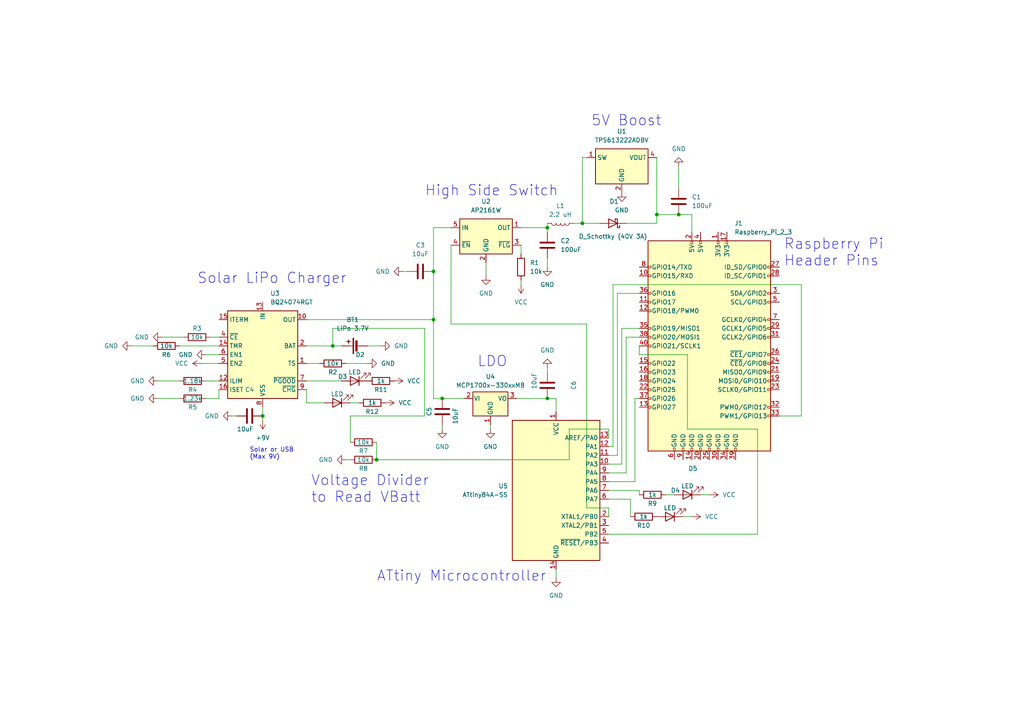
<source format=kicad_sch>
(kicad_sch (version 20230121) (generator eeschema)
  (paper "A4")
  (title_block (title "PhotonPowerZero") (rev "R1"))
  (lib_symbols
    (symbol "Battery_Management:BQ24074RGT"
      (property "Reference" "U" (at -8.89 13.97 0))
      (property "Value" "BQ24074RGT" (at 16.51 13.97 0))
      (symbol "BQ24074RGT_0_1"
        (rectangle (start -10.16 12.7) (end 10.16 -12.7) (stroke (width 0.254)) (fill (type background)))
      )
      (symbol "BQ24074RGT_1_1"
        (pin passive line (at 12.7 -2.54 180) (length 2.54) (name "TS") (number "1"))
        (pin power_out line (at 12.7 10.16 180) (length 2.54) (name "OUT") (number "10"))
        (pin passive line (at 12.7 10.16 180) (length 2.54) hide (name "OUT") (number "11"))
        (pin passive line (at -12.7 -7.62 0) (length 2.54) (name "ILIM") (number "12"))
        (pin power_in line (at 0 15.24 270) (length 2.54) (name "IN") (number "13"))
        (pin input line (at -12.7 2.54 0) (length 2.54) (name "TMR") (number "14"))
        (pin input line (at -12.7 10.16 0) (length 2.54) (name "ITERM") (number "15"))
        (pin passive line (at -12.7 -10.16 0) (length 2.54) (name "ISET") (number "16"))
        (pin passive line (at 0 -15.24 90) (length 2.54) hide (name "VSS") (number "17"))
        (pin power_out line (at 12.7 2.54 180) (length 2.54) (name "BAT") (number "2"))
        (pin passive line (at 12.7 2.54 180) (length 2.54) hide (name "BAT") (number "3"))
        (pin input line (at -12.7 5.08 0) (length 2.54) (name "~{CE}") (number "4"))
        (pin input line (at -12.7 -2.54 0) (length 2.54) (name "EN2") (number "5"))
        (pin input line (at -12.7 0 0) (length 2.54) (name "EN1") (number "6"))
        (pin open_collector line (at 12.7 -7.62 180) (length 2.54) (name "~{PGOOD}") (number "7"))
        (pin power_in line (at 0 -15.24 90) (length 2.54) (name "VSS") (number "8"))
        (pin open_collector line (at 12.7 -10.16 180) (length 2.54) (name "~{CHG}") (number "9"))
      )
    )
    (symbol "Connector:Raspberry_Pi_2_3" (pin_names (offset 1.016))
      (property "Reference" "J" (at -17.78 31.75 0))
      (property "Value" "Raspberry_Pi_2_3" (at 10.16 -31.75 0))
      (symbol "Raspberry_Pi_2_3_0_1"
        (rectangle (start -17.78 30.48) (end 17.78 -30.48) (stroke (width 0.254)) (fill (type background)))
      )
      (symbol "Raspberry_Pi_2_3_1_1"
        (rectangle (start -16.891 -17.526) (end -17.78 -18.034))
        (rectangle (start -16.891 -14.986) (end -17.78 -15.494))
        (rectangle (start -16.891 -12.446) (end -17.78 -12.954))
        (rectangle (start -16.891 -9.906) (end -17.78 -10.414))
        (rectangle (start -16.891 -7.366) (end -17.78 -7.874))
        (rectangle (start -16.891 -4.826) (end -17.78 -5.334))
        (rectangle (start -16.891 0.254) (end -17.78 -0.254))
        (rectangle (start -16.891 2.794) (end -17.78 2.286))
        (rectangle (start -16.891 5.334) (end -17.78 4.826))
        (rectangle (start -16.891 10.414) (end -17.78 9.906))
        (rectangle (start -16.891 12.954) (end -17.78 12.446))
        (rectangle (start -16.891 15.494) (end -17.78 14.986))
        (rectangle (start -16.891 20.574) (end -17.78 20.066))
        (rectangle (start -16.891 23.114) (end -17.78 22.606))
        (rectangle (start -10.414 -29.591) (end -9.906 -30.48))
        (rectangle (start -7.874 -29.591) (end -7.366 -30.48))
        (rectangle (start -5.334 -29.591) (end -4.826 -30.48))
        (rectangle (start -5.334 30.48) (end -4.826 29.591))
        (rectangle (start -2.794 -29.591) (end -2.286 -30.48))
        (rectangle (start -2.794 30.48) (end -2.286 29.591))
        (rectangle (start -0.254 -29.591) (end 0.254 -30.48))
        (rectangle (start 2.286 -29.591) (end 2.794 -30.48))
        (rectangle (start 2.286 30.48) (end 2.794 29.591))
        (rectangle (start 4.826 -29.591) (end 5.334 -30.48))
        (rectangle (start 4.826 30.48) (end 5.334 29.591))
        (rectangle (start 7.366 -29.591) (end 7.874 -30.48))
        (rectangle (start 17.78 -20.066) (end 16.891 -20.574))
        (rectangle (start 17.78 -17.526) (end 16.891 -18.034))
        (rectangle (start 17.78 -12.446) (end 16.891 -12.954))
        (rectangle (start 17.78 -9.906) (end 16.891 -10.414))
        (rectangle (start 17.78 -7.366) (end 16.891 -7.874))
        (rectangle (start 17.78 -4.826) (end 16.891 -5.334))
        (rectangle (start 17.78 -2.286) (end 16.891 -2.794))
        (rectangle (start 17.78 2.794) (end 16.891 2.286))
        (rectangle (start 17.78 5.334) (end 16.891 4.826))
        (rectangle (start 17.78 7.874) (end 16.891 7.366))
        (rectangle (start 17.78 12.954) (end 16.891 12.446))
        (rectangle (start 17.78 15.494) (end 16.891 14.986))
        (rectangle (start 17.78 20.574) (end 16.891 20.066))
        (rectangle (start 17.78 23.114) (end 16.891 22.606))
        (pin power_in line (at 2.54 33.02 270) (length 2.54) (name "3V3") (number "1"))
        (pin bidirectional line (at -20.32 20.32 0) (length 2.54) (name "GPIO15/RXD") (number "10"))
        (pin bidirectional line (at -20.32 12.7 0) (length 2.54) (name "GPIO17") (number "11"))
        (pin bidirectional line (at -20.32 10.16 0) (length 2.54) (name "GPIO18/PWM0") (number "12"))
        (pin bidirectional line (at -20.32 -17.78 0) (length 2.54) (name "GPIO27") (number "13"))
        (pin power_in line (at -5.08 -33.02 90) (length 2.54) (name "GND") (number "14"))
        (pin bidirectional line (at -20.32 -5.08 0) (length 2.54) (name "GPIO22") (number "15"))
        (pin bidirectional line (at -20.32 -7.62 0) (length 2.54) (name "GPIO23") (number "16"))
        (pin power_in line (at 5.08 33.02 270) (length 2.54) (name "3V3") (number "17"))
        (pin bidirectional line (at -20.32 -10.16 0) (length 2.54) (name "GPIO24") (number "18"))
        (pin bidirectional line (at 20.32 -10.16 180) (length 2.54) (name "MOSI0/GPIO10") (number "19"))
        (pin power_in line (at -5.08 33.02 270) (length 2.54) (name "5V") (number "2"))
        (pin power_in line (at -2.54 -33.02 90) (length 2.54) (name "GND") (number "20"))
        (pin bidirectional line (at 20.32 -7.62 180) (length 2.54) (name "MISO0/GPIO9") (number "21"))
        (pin bidirectional line (at -20.32 -12.7 0) (length 2.54) (name "GPIO25") (number "22"))
        (pin bidirectional line (at 20.32 -12.7 180) (length 2.54) (name "SCLK0/GPIO11") (number "23"))
        (pin bidirectional line (at 20.32 -5.08 180) (length 2.54) (name "~{CE0}/GPIO8") (number "24"))
        (pin power_in line (at 0 -33.02 90) (length 2.54) (name "GND") (number "25"))
        (pin bidirectional line (at 20.32 -2.54 180) (length 2.54) (name "~{CE1}/GPIO7") (number "26"))
        (pin bidirectional line (at 20.32 22.86 180) (length 2.54) (name "ID_SD/GPIO0") (number "27"))
        (pin bidirectional line (at 20.32 20.32 180) (length 2.54) (name "ID_SC/GPIO1") (number "28"))
        (pin bidirectional line (at 20.32 5.08 180) (length 2.54) (name "GCLK1/GPIO5") (number "29"))
        (pin bidirectional line (at 20.32 15.24 180) (length 2.54) (name "SDA/GPIO2") (number "3"))
        (pin power_in line (at 2.54 -33.02 90) (length 2.54) (name "GND") (number "30"))
        (pin bidirectional line (at 20.32 2.54 180) (length 2.54) (name "GCLK2/GPIO6") (number "31"))
        (pin bidirectional line (at 20.32 -17.78 180) (length 2.54) (name "PWM0/GPIO12") (number "32"))
        (pin bidirectional line (at 20.32 -20.32 180) (length 2.54) (name "PWM1/GPIO13") (number "33"))
        (pin power_in line (at 5.08 -33.02 90) (length 2.54) (name "GND") (number "34"))
        (pin bidirectional line (at -20.32 5.08 0) (length 2.54) (name "GPIO19/MISO1") (number "35"))
        (pin bidirectional line (at -20.32 15.24 0) (length 2.54) (name "GPIO16") (number "36"))
        (pin bidirectional line (at -20.32 -15.24 0) (length 2.54) (name "GPIO26") (number "37"))
        (pin bidirectional line (at -20.32 2.54 0) (length 2.54) (name "GPIO20/MOSI1") (number "38"))
        (pin power_in line (at 7.62 -33.02 90) (length 2.54) (name "GND") (number "39"))
        (pin power_in line (at -2.54 33.02 270) (length 2.54) (name "5V") (number "4"))
        (pin bidirectional line (at -20.32 0 0) (length 2.54) (name "GPIO21/SCLK1") (number "40"))
        (pin bidirectional line (at 20.32 12.7 180) (length 2.54) (name "SCL/GPIO3") (number "5"))
        (pin power_in line (at -10.16 -33.02 90) (length 2.54) (name "GND") (number "6"))
        (pin bidirectional line (at 20.32 7.62 180) (length 2.54) (name "GCLK0/GPIO4") (number "7"))
        (pin bidirectional line (at -20.32 22.86 0) (length 2.54) (name "GPIO14/TXD") (number "8"))
        (pin power_in line (at -7.62 -33.02 90) (length 2.54) (name "GND") (number "9"))
      )
    )
    (symbol "Device:Battery_Cell" (pin_numbers hide) (pin_names (offset 0) hide)
      (property "Reference" "BT" (at 2.54 2.54 0))
      (property "Value" "Battery_Cell" (at 2.54 0 0))
      (symbol "Battery_Cell_0_1"
        (rectangle (start -2.286 1.778) (end 2.286 1.524) (fill (type outline)))
        (rectangle (start -1.524 1.016) (end 1.524 0.508) (fill (type outline)))
        (polyline (pts (xy 0 0.762) (xy 0 0)))
        (polyline (pts (xy 0 1.778) (xy 0 2.54)))
        (polyline (pts (xy 0.762 3.048) (xy 1.778 3.048)) (stroke (width 0.254)))
        (polyline (pts (xy 1.27 3.556) (xy 1.27 2.54)) (stroke (width 0.254)))
      )
      (symbol "Battery_Cell_1_1"
        (pin passive line (at 0 5.08 270) (length 2.54) (name "+") (number "1"))
        (pin passive line (at 0 -2.54 90) (length 2.54) (name "-") (number "2"))
      )
    )
    (symbol "Device:C" (pin_numbers hide) (pin_names (offset 0.254))
      (property "Reference" "C" (at 0.635 2.54 0))
      (property "Value" "C" (at 0.635 -2.54 0))
      (symbol "C_0_1"
        (polyline (pts (xy -2.032 -0.762) (xy 2.032 -0.762)) (stroke (width 0.508)))
        (polyline (pts (xy -2.032 0.762) (xy 2.032 0.762)) (stroke (width 0.508)))
      )
      (symbol "C_1_1"
        (pin passive line (at 0 3.81 270) (length 2.794) (name "~") (number "1"))
        (pin passive line (at 0 -3.81 90) (length 2.794) (name "~") (number "2"))
      )
    )
    (symbol "Device:D_Schottky" (pin_numbers hide) (pin_names (offset 1.016) hide)
      (property "Reference" "D" (at 0 2.54 0))
      (property "Value" "D_Schottky" (at 0 -2.54 0))
      (symbol "D_Schottky_0_1"
        (polyline (pts (xy 1.27 0) (xy -1.27 0)))
        (polyline (pts (xy 1.27 1.27) (xy 1.27 -1.27) (xy -1.27 0) (xy 1.27 1.27)) (stroke (width 0.254)))
        (polyline (pts (xy -1.905 0.635) (xy -1.905 1.27) (xy -1.27 1.27) (xy -1.27 -1.27) (xy -0.635 -1.27) (xy -0.635 -0.635)) (stroke (width 0.254)))
      )
      (symbol "D_Schottky_1_1"
        (pin passive line (at -3.81 0 0) (length 2.54) (name "K") (number "1"))
        (pin passive line (at 3.81 0 180) (length 2.54) (name "A") (number "2"))
      )
    )
    (symbol "Device:L" (pin_numbers hide) (pin_names (offset 1.016) hide)
      (property "Reference" "L" (at -1.27 0 90))
      (property "Value" "L" (at 1.905 0 90))
      (symbol "L_0_1"
        (arc (start 0 -2.54) (mid 0.6323 -1.905) (end 0 -1.27))
        (arc (start 0 -1.27) (mid 0.6323 -0.635) (end 0 0))
        (arc (start 0 0) (mid 0.6323 0.635) (end 0 1.27))
        (arc (start 0 1.27) (mid 0.6323 1.905) (end 0 2.54))
      )
      (symbol "L_1_1"
        (pin passive line (at 0 3.81 270) (length 1.27) (name "1") (number "1"))
        (pin passive line (at 0 -3.81 90) (length 1.27) (name "2") (number "2"))
      )
    )
    (symbol "Device:LED" (pin_numbers hide) (pin_names (offset 1.016) hide)
      (property "Reference" "D" (at 0 2.54 0))
      (property "Value" "LED" (at 0 -2.54 0))
      (symbol "LED_0_1"
        (polyline (pts (xy -1.27 -1.27) (xy -1.27 1.27)) (stroke (width 0.254)))
        (polyline (pts (xy -1.27 0) (xy 1.27 0)))
        (polyline (pts (xy 1.27 -1.27) (xy 1.27 1.27) (xy -1.27 0) (xy 1.27 -1.27)) (stroke (width 0.254)))
        (polyline (pts (xy -3.048 -0.762) (xy -4.572 -2.286) (xy -3.81 -2.286) (xy -4.572 -2.286) (xy -4.572 -1.524)))
        (polyline (pts (xy -1.778 -0.762) (xy -3.302 -2.286) (xy -2.54 -2.286) (xy -3.302 -2.286) (xy -3.302 -1.524)))
      )
      (symbol "LED_1_1"
        (pin passive line (at -3.81 0 0) (length 2.54) (name "K") (number "1"))
        (pin passive line (at 3.81 0 180) (length 2.54) (name "A") (number "2"))
      )
    )
    (symbol "Device:R" (pin_numbers hide) (pin_names (offset 0))
      (property "Reference" "R" (at 2.032 0 90))
      (property "Value" "R" (at 0 0 90))
      (symbol "R_0_1"
        (rectangle (start -1.016 -2.54) (end 1.016 2.54) (stroke (width 0.254)))
      )
      (symbol "R_1_1"
        (pin passive line (at 0 3.81 270) (length 1.27) (name "~") (number "1"))
        (pin passive line (at 0 -3.81 90) (length 1.27) (name "~") (number "2"))
      )
    )
    (symbol "MCU_Microchip_ATtiny:ATtiny84A-SS"
      (property "Reference" "U" (at -12.7 21.59 0))
      (property "Value" "ATtiny84A-SS" (at 2.54 -21.59 0))
      (symbol "ATtiny84A-SS_0_1"
        (rectangle (start -12.7 -20.32) (end 12.7 20.32) (stroke (width 0.254)) (fill (type background)))
      )
      (symbol "ATtiny84A-SS_1_1"
        (pin power_in line (at 0 22.86 270) (length 2.54) (name "VCC") (number "1"))
        (pin bidirectional line (at 15.24 7.62 180) (length 2.54) (name "PA3") (number "10"))
        (pin bidirectional line (at 15.24 10.16 180) (length 2.54) (name "PA2") (number "11"))
        (pin bidirectional line (at 15.24 12.7 180) (length 2.54) (name "PA1") (number "12"))
        (pin bidirectional line (at 15.24 15.24 180) (length 2.54) (name "AREF/PA0") (number "13"))
        (pin power_in line (at 0 -22.86 90) (length 2.54) (name "GND") (number "14"))
        (pin bidirectional line (at 15.24 -7.62 180) (length 2.54) (name "XTAL1/PB0") (number "2"))
        (pin bidirectional line (at 15.24 -10.16 180) (length 2.54) (name "XTAL2/PB1") (number "3"))
        (pin bidirectional line (at 15.24 -15.24 180) (length 2.54) (name "~{RESET}/PB3") (number "4"))
        (pin bidirectional line (at 15.24 -12.7 180) (length 2.54) (name "PB2") (number "5"))
        (pin bidirectional line (at 15.24 -2.54 180) (length 2.54) (name "PA7") (number "6"))
        (pin bidirectional line (at 15.24 0 180) (length 2.54) (name "PA6") (number "7"))
        (pin bidirectional line (at 15.24 2.54 180) (length 2.54) (name "PA5") (number "8"))
        (pin bidirectional line (at 15.24 5.08 180) (length 2.54) (name "PA4") (number "9"))
      )
    )
    (symbol "Power_Management:AP2161W"
      (property "Reference" "U" (at -7.62 -6.35 0))
      (property "Value" "AP2161W" (at -7.62 6.35 0))
      (symbol "AP2161W_0_1"
        (rectangle (start -7.62 5.08) (end 7.62 -5.08) (stroke (width 0.254)) (fill (type background)))
      )
      (symbol "AP2161W_1_1"
        (pin power_out line (at 10.16 2.54 180) (length 2.54) (name "OUT") (number "1"))
        (pin power_in line (at 0 -7.62 90) (length 2.54) (name "GND") (number "2"))
        (pin open_collector line (at 10.16 -2.54 180) (length 2.54) (name "~{FLG}") (number "3"))
        (pin input line (at -10.16 -2.54 0) (length 2.54) (name "~{EN}") (number "4"))
        (pin power_in line (at -10.16 2.54 0) (length 2.54) (name "IN") (number "5"))
      )
    )
    (symbol "Regulator_Linear:MCP1700x-330xxMB" (pin_names (offset 0.254))
      (property "Reference" "U" (at -3.81 3.175 0))
      (property "Value" "MCP1700x-330xxMB" (at 0 3.175 0))
      (symbol "MCP1700x-330xxMB_0_1"
        (rectangle (start -5.08 -5.08) (end 5.08 1.905) (stroke (width 0.254)) (fill (type background)))
      )
      (symbol "MCP1700x-330xxMB_1_1"
        (pin power_in line (at 0 -7.62 90) (length 2.54) (name "GND") (number "1"))
        (pin power_in line (at -7.62 0 0) (length 2.54) (name "VI") (number "2"))
        (pin power_out line (at 7.62 0 180) (length 2.54) (name "VO") (number "3"))
      )
    )
    (symbol "Regulator_Switching:TPS613222ADBV"
      (property "Reference" "U" (at -7.62 6.35 0))
      (property "Value" "TPS613222ADBV" (at 2.54 6.35 0))
      (symbol "TPS613222ADBV_0_1"
        (rectangle (start -7.62 5.08) (end 7.62 -5.08) (stroke (width 0.254)) (fill (type background)))
      )
      (symbol "TPS613222ADBV_1_1"
        (pin power_in line (at -10.16 2.54 0) (length 2.54) (name "SW") (number "1"))
        (pin power_in line (at 0 -7.62 90) (length 2.54) (name "GND") (number "2"))
        (pin no_connect line (at -7.62 -2.54 0) (length 2.54) hide (name "NC") (number "3"))
        (pin power_out line (at 10.16 2.54 180) (length 2.54) (name "VOUT") (number "4"))
        (pin no_connect line (at 7.62 -2.54 180) (length 2.54) hide (name "NC") (number "5"))
      )
    )
    (symbol "power:+9V" (power) (pin_names (offset 0))
      (property "Value" "+9V" (at 0 3.556 0))
      (symbol "+9V_0_1"
        (polyline (pts (xy -0.762 1.27) (xy 0 2.54)))
        (polyline (pts (xy 0 0) (xy 0 2.54)))
        (polyline (pts (xy 0 2.54) (xy 0.762 1.27)))
      )
      (symbol "+9V_1_1"
        (pin power_in line (at 0 0 90) (length 0) hide (name "+9V") (number "1"))
      )
    )
    (symbol "power:GND" (power) (pin_names (offset 0))
      (property "Value" "GND" (at 0 -3.81 0))
      (symbol "GND_0_1"
        (polyline (pts (xy 0 0) (xy 0 -1.27) (xy 1.27 -1.27) (xy 0 -2.54) (xy -1.27 -1.27) (xy 0 -1.27)))
      )
      (symbol "GND_1_1"
        (pin power_in line (at 0 0 270) (length 0) hide (name "GND") (number "1"))
      )
    )
    (symbol "power:VCC" (power) (pin_names (offset 0))
      (property "Value" "VCC" (at 0 3.81 0))
      (symbol "VCC_0_1"
        (polyline (pts (xy -0.762 1.27) (xy 0 2.54)))
        (polyline (pts (xy 0 0) (xy 0 2.54)))
        (polyline (pts (xy 0 2.54) (xy 0.762 1.27)))
      )
      (symbol "VCC_1_1"
        (pin power_in line (at 0 0 90) (length 0) hide (name "VCC") (number "1"))
      )
    )
  )
  (junction (at 168.91 64.77))
  (junction (at 190.5 62.23))
  (junction (at 125.73 92.71))
  (junction (at 128.27 115.57))
  (junction (at 96.52 100.33))
  (junction (at 76.2 120.65))
  (junction (at 158.75 115.57))
  (junction (at 109.22 133.35))
  (junction (at 125.73 78.74))
  (junction (at 158.75 66.04))
  (junction (at 196.85 62.23))
  (wire (pts (xy 100.33 133.35) (xy 101.6 133.35)))
  (wire (pts (xy 232.41 82.55) (xy 232.41 120.65)))
  (wire (pts (xy 198.12 149.86) (xy 200.66 149.86)))
  (wire (pts (xy 196.85 48.26) (xy 196.85 54.61)))
  (wire (pts (xy 181.61 137.16) (xy 176.53 137.16)))
  (wire (pts (xy 59.69 102.87) (xy 63.5 102.87)))
  (wire (pts (xy 180.34 95.25) (xy 180.34 134.62)))
  (wire (pts (xy 158.75 115.57) (xy 161.29 115.57)))
  (wire (pts (xy 161.29 115.57) (xy 161.29 119.38)))
  (wire (pts (xy 232.41 120.65) (xy 226.06 120.65)))
  (wire (pts (xy 63.5 115.57) (xy 63.5 113.03)))
  (wire (pts (xy 165.1 124.46) (xy 165.1 133.35)))
  (wire (pts (xy 190.5 62.23) (xy 196.85 62.23)))
  (wire (pts (xy 181.61 64.77) (xy 190.5 64.77)))
  (wire (pts (xy 125.73 92.71) (xy 125.73 115.57)))
  (wire (pts (xy 168.91 64.77) (xy 173.99 64.77)))
  (wire (pts (xy 168.91 45.72) (xy 170.18 45.72)))
  (wire (pts (xy 125.73 115.57) (xy 128.27 115.57)))
  (wire (pts (xy 176.53 154.94) (xy 219.71 154.94)))
  (wire (pts (xy 219.71 154.94) (xy 219.71 124.46)))
  (wire (pts (xy 176.53 147.32) (xy 170.18 147.32)))
  (wire (pts (xy 125.73 78.74) (xy 125.73 66.04)))
  (wire (pts (xy 116.84 78.74) (xy 118.11 78.74)))
  (wire (pts (xy 142.24 123.19) (xy 142.24 124.46)))
  (wire (pts (xy 176.53 149.86) (xy 176.53 147.32)))
  (wire (pts (xy 176.53 124.46) (xy 165.1 124.46)))
  (wire (pts (xy 179.07 85.09) (xy 185.42 85.09)))
  (wire (pts (xy 196.85 62.23) (xy 200.66 62.23)))
  (wire (pts (xy 158.75 107.95) (xy 158.75 106.68)))
  (wire (pts (xy 219.71 124.46) (xy 199.39 124.46)))
  (wire (pts (xy 158.75 74.93) (xy 158.75 77.47)))
  (wire (pts (xy 88.9 105.41) (xy 92.71 105.41)))
  (wire (pts (xy 128.27 115.57) (xy 134.62 115.57)))
  (wire (pts (xy 96.52 100.33) (xy 99.06 100.33)))
  (wire (pts (xy 60.96 97.79) (xy 63.5 97.79)))
  (wire (pts (xy 106.68 100.33) (xy 110.49 100.33)))
  (wire (pts (xy 185.42 102.87) (xy 185.42 100.33)))
  (wire (pts (xy 151.13 81.28) (xy 151.13 82.55)))
  (wire (pts (xy 176.53 129.54) (xy 177.8 129.54)))
  (wire (pts (xy 200.66 62.23) (xy 200.66 67.31)))
  (wire (pts (xy 88.9 100.33) (xy 96.52 100.33)))
  (wire (pts (xy 45.72 110.49) (xy 52.07 110.49)))
  (wire (pts (xy 185.42 142.24) (xy 185.42 143.51)))
  (wire (pts (xy 130.81 93.98) (xy 130.81 71.12)))
  (wire (pts (xy 88.9 113.03) (xy 88.9 116.84)))
  (wire (pts (xy 181.61 97.79) (xy 181.61 137.16)))
  (wire (pts (xy 76.2 118.11) (xy 76.2 120.65)))
  (wire (pts (xy 184.15 139.7) (xy 176.53 139.7)))
  (wire (pts (xy 176.53 127) (xy 176.53 124.46)))
  (wire (pts (xy 149.86 115.57) (xy 158.75 115.57)))
  (wire (pts (xy 190.5 45.72) (xy 190.5 62.23)))
  (wire (pts (xy 88.9 110.49) (xy 99.06 110.49)))
  (wire (pts (xy 193.04 143.51) (xy 195.58 143.51)))
  (wire (pts (xy 44.45 100.33) (xy 38.1 100.33)))
  (wire (pts (xy 203.2 143.51) (xy 205.74 143.51)))
  (wire (pts (xy 88.9 116.84) (xy 93.98 116.84)))
  (wire (pts (xy 180.34 134.62) (xy 176.53 134.62)))
  (wire (pts (xy 67.31 120.65) (xy 68.58 120.65)))
  (wire (pts (xy 170.18 147.32) (xy 170.18 93.98)))
  (wire (pts (xy 185.42 115.57) (xy 184.15 115.57)))
  (wire (pts (xy 176.53 142.24) (xy 185.42 142.24)))
  (wire (pts (xy 158.75 64.77) (xy 158.75 66.04)))
  (wire (pts (xy 125.73 78.74) (xy 125.73 92.71)))
  (wire (pts (xy 125.73 66.04) (xy 130.81 66.04)))
  (wire (pts (xy 166.37 64.77) (xy 168.91 64.77)))
  (wire (pts (xy 59.69 110.49) (xy 63.5 110.49)))
  (wire (pts (xy 199.39 102.87) (xy 185.42 102.87)))
  (wire (pts (xy 123.19 95.25) (xy 123.19 120.65)))
  (wire (pts (xy 100.33 105.41) (xy 106.68 105.41)))
  (wire (pts (xy 59.69 115.57) (xy 63.5 115.57)))
  (wire (pts (xy 161.29 165.1) (xy 161.29 167.64)))
  (wire (pts (xy 101.6 116.84) (xy 104.14 116.84)))
  (wire (pts (xy 158.75 66.04) (xy 158.75 67.31)))
  (wire (pts (xy 199.39 124.46) (xy 199.39 102.87)))
  (wire (pts (xy 190.5 64.77) (xy 190.5 62.23)))
  (wire (pts (xy 185.42 95.25) (xy 180.34 95.25)))
  (wire (pts (xy 58.42 105.41) (xy 63.5 105.41)))
  (wire (pts (xy 96.52 95.25) (xy 96.52 100.33)))
  (wire (pts (xy 123.19 120.65) (xy 101.6 120.65)))
  (wire (pts (xy 140.97 76.2) (xy 140.97 80.01)))
  (wire (pts (xy 177.8 129.54) (xy 177.8 82.55)))
  (wire (pts (xy 125.73 92.71) (xy 88.9 92.71)))
  (wire (pts (xy 184.15 115.57) (xy 184.15 139.7)))
  (wire (pts (xy 151.13 71.12) (xy 151.13 73.66)))
  (wire (pts (xy 109.22 128.27) (xy 109.22 133.35)))
  (wire (pts (xy 182.88 144.78) (xy 182.88 149.86)))
  (wire (pts (xy 170.18 93.98) (xy 130.81 93.98)))
  (wire (pts (xy 179.07 132.08) (xy 179.07 85.09)))
  (wire (pts (xy 96.52 95.25) (xy 123.19 95.25)))
  (wire (pts (xy 76.2 120.65) (xy 76.2 121.92)))
  (wire (pts (xy 168.91 64.77) (xy 168.91 45.72)))
  (wire (pts (xy 176.53 132.08) (xy 179.07 132.08)))
  (wire (pts (xy 185.42 97.79) (xy 181.61 97.79)))
  (wire (pts (xy 52.07 100.33) (xy 63.5 100.33)))
  (wire (pts (xy 128.27 123.19) (xy 128.27 124.46)))
  (wire (pts (xy 177.8 82.55) (xy 232.41 82.55)))
  (wire (pts (xy 45.72 115.57) (xy 52.07 115.57)))
  (wire (pts (xy 101.6 120.65) (xy 101.6 128.27)))
  (wire (pts (xy 151.13 66.04) (xy 158.75 66.04)))
  (wire (pts (xy 53.34 97.79) (xy 46.99 97.79)))
  (wire (pts (xy 176.53 144.78) (xy 182.88 144.78)))
  (wire (pts (xy 165.1 133.35) (xy 109.22 133.35)))
  (text "High Side Switch" (at 123.19 57.15 0) (effects (font (size 3 3)) (justify left bottom)))
  (text "Solar LiPo Charger" (at 57.15 82.55 0) (effects (font (size 3 3)) (justify left bottom)))
  (text "Voltage Divider \nto Read VBatt" (at 90.17 146.05 0) (effects (font (size 3 3)) (justify left bottom)))
  (text "LDO" (at 138.43 106.68 0) (effects (font (size 3 3)) (justify left bottom)))
  (text "Raspberry Pi \nHeader Pins" (at 227.33 77.47 0) (effects (font (size 3 3)) (justify left bottom)))
  (text "5V Boost" (at 171.45 36.83 0) (effects (font (size 3 3)) (justify left bottom)))
  (text "Solar or USB\n(Max 9V)" (at 72.39 133.35 0) (effects (font (size 1.27 1.27)) (justify left bottom)))
  (text "ATtiny Microcontroller" (at 109.22 168.91 0) (effects (font (size 3 3)) (justify left bottom)))
  (symbol (lib_id "Device:C") (at 158.75 111.76 0) (unit 1)
    (property "Reference" "C6" (at 166.37 111.76 90))
    (property "Value" "10uF" (at 154.94 110.49 90))
  )
  (symbol (lib_id "Regulator_Switching:TPS613222ADBV") (at 180.34 48.26 0) (unit 1)
    (property "Reference" "U1" (at 180.34 38.1 0))
    (property "Value" "TPS613222ADBV" (at 180.34 40.64 0))
    (property "Footprint" "Package_TO_SOT_SMD:SOT-23-5" (effects hide))
    (property "Datasheet" "http://www.ti.com/lit/ds/symlink/tps61322.pdf" (effects hide))
  )
  (symbol (lib_id "Device:R") (at 151.13 77.47 0) (unit 1)
    (property "Reference" "R1" (at 153.67 76.2 0) (effects (justify left)))
    (property "Value" "10k" (at 153.67 78.74 0) (effects (justify left)))
  )
  (symbol (lib_id "Device:R") (at 186.69 149.86 90) (unit 1)
    (property "Reference" "R10" (at 186.69 152.4 90))
    (property "Value" "1k" (at 186.69 149.86 90))
  )
  (symbol (lib_id "Device:R") (at 55.88 110.49 90) (unit 1)
    (property "Reference" "R4" (at 55.88 113.03 90))
    (property "Value" "1.18k" (at 55.88 110.49 90))
  )
  (symbol (lib_id "power:GND") (at 161.29 167.64 0) (unit 1)
    (property "Reference" "#PWR022" (effects hide))
    (property "Value" "GND" (at 161.29 172.72 0))
  )
  (symbol (lib_id "Device:L") (at 162.56 64.77 270) (unit 1)
    (property "Reference" "L1" (at 162.56 59.69 90))
    (property "Value" "2.2 uH" (at 162.56 62.23 90))
  )
  (symbol (lib_id "Connector:Raspberry_Pi_2_3") (at 205.74 100.33 0) (unit 1)
    (property "Reference" "J1" (at 213.0141 64.77 0) (effects (justify left)))
    (property "Value" "Raspberry_Pi_2_3" (at 213.0141 67.31 0) (effects (justify left)))
    (property "Datasheet" "https://www.raspberrypi.org/documentation/hardware/raspberrypi/schematics/rpi_SCH_3bplus_1p0_reduced.pdf" (effects hide))
  )
  (symbol (lib_id "Regulator_Linear:MCP1700x-330xxMB") (at 142.24 115.57 0) (unit 1)
    (property "Reference" "U4" (at 142.24 109.22 0))
    (property "Value" "MCP1700x-330xxMB" (at 142.24 111.76 0))
    (property "Footprint" "Package_TO_SOT_SMD:SOT-89-3" (effects hide))
    (property "Datasheet" "http://ww1.microchip.com/downloads/en/DeviceDoc/20001826D.pdf" (effects hide))
  )
  (symbol (lib_id "power:GND") (at 45.72 115.57 270) (unit 1)
    (property "Reference" "#PWR015" (effects hide))
    (property "Value" "GND" (at 41.91 115.57 90) (effects (justify right)))
  )
  (symbol (lib_id "Device:R") (at 55.88 115.57 90) (unit 1)
    (property "Reference" "R5" (at 55.88 118.11 90))
    (property "Value" "1.23k" (at 55.88 115.57 90))
  )
  (symbol (lib_id "Device:D_Schottky") (at 177.8 64.77 180) (unit 1)
    (property "Reference" "D1" (at 178.1175 58.42 0))
    (property "Value" "D_Schottky (40V 3A)" (at 177.8 68.58 0))
  )
  (symbol (lib_id "power:GND") (at 116.84 78.74 270) (unit 1)
    (property "Reference" "#PWR010" (effects hide))
    (property "Value" "GND" (at 113.03 78.74 90) (effects (justify right)))
  )
  (symbol (lib_id "power:GND") (at 46.99 97.79 270) (unit 1)
    (property "Reference" "#PWR08" (effects hide))
    (property "Value" "GND" (at 43.18 97.79 90) (effects (justify right)))
  )
  (symbol (lib_id "MCU_Microchip_ATtiny:ATtiny84A-SS") (at 161.29 142.24 0) (unit 1)
    (property "Reference" "U5" (at 147.32 140.97 0) (effects (justify right)))
    (property "Value" "ATtiny84A-SS" (at 147.32 143.51 0) (effects (justify right)))
    (property "Footprint" "Package_SO:SOIC-14_3.9x8.7mm_P1.27mm" (effects hide))
    (property "Datasheet" "http://ww1.microchip.com/downloads/en/DeviceDoc/doc8183.pdf" (effects hide))
  )
  (symbol (lib_id "Power_Management:AP2161W") (at 140.97 68.58 0) (unit 1)
    (property "Reference" "U2" (at 140.97 58.42 0))
    (property "Value" "AP2161W" (at 140.97 60.96 0))
    (property "Footprint" "Package_TO_SOT_SMD:SOT-23-5" (effects hide))
    (property "Datasheet" "https://www.diodes.com/assets/Datasheets/AP2161.pdf" (effects hide))
  )
  (symbol (lib_id "power:VCC") (at 200.66 149.86 270) (unit 1)
    (property "Reference" "#PWR024" (effects hide))
    (property "Value" "VCC" (at 204.47 149.86 90) (effects (justify left)))
  )
  (symbol (lib_id "power:VCC") (at 205.74 143.51 270) (unit 1)
    (property "Reference" "#PWR025" (effects hide))
    (property "Value" "VCC" (at 209.55 143.51 90) (effects (justify left)))
  )
  (symbol (lib_id "power:GND") (at 67.31 120.65 270) (unit 1)
    (property "Reference" "#PWR014" (effects hide))
    (property "Value" "GND" (at 63.5 120.65 90) (effects (justify right)))
  )
  (symbol (lib_id "power:GND") (at 158.75 77.47 0) (unit 1)
    (property "Reference" "#PWR03" (effects hide))
    (property "Value" "GND" (at 158.75 82.55 0))
  )
  (symbol (lib_id "Device:LED") (at 102.87 110.49 180) (unit 1)
    (property "Reference" "D2" (at 104.4575 102.87 0))
    (property "Value" "LED" (at 102.87 107.95 0))
  )
  (symbol (lib_id "power:VCC") (at 151.13 82.55 180) (unit 1)
    (property "Reference" "#PWR05" (effects hide))
    (property "Value" "VCC" (at 151.13 87.63 0))
  )
  (symbol (lib_id "Device:C") (at 121.92 78.74 90) (unit 1)
    (property "Reference" "C3" (at 121.92 71.12 90))
    (property "Value" "10uF" (at 121.92 73.66 90))
  )
  (symbol (lib_id "power:VCC") (at 58.42 105.41 90) (unit 1)
    (property "Reference" "#PWR017" (effects hide))
    (property "Value" "VCC" (at 54.61 105.41 90) (effects (justify left)))
  )
  (symbol (lib_id "power:GND") (at 59.69 102.87 270) (unit 1)
    (property "Reference" "#PWR016" (effects hide))
    (property "Value" "GND" (at 55.88 102.87 90) (effects (justify right)))
  )
  (symbol (lib_id "Device:R") (at 48.26 100.33 270) (unit 1)
    (property "Reference" "R6" (at 48.26 102.87 90))
    (property "Value" "10k" (at 48.26 100.33 90))
  )
  (symbol (lib_id "power:GND") (at 180.34 55.88 0) (unit 1)
    (property "Reference" "#PWR02" (effects hide))
    (property "Value" "GND" (at 180.34 60.96 0))
  )
  (symbol (lib_id "Device:LED") (at 199.39 143.51 180) (unit 1)
    (property "Reference" "D5" (at 200.9775 135.89 0))
    (property "Value" "LED" (at 199.39 140.97 0))
  )
  (symbol (lib_id "Device:C") (at 72.39 120.65 90) (unit 1)
    (property "Reference" "C4" (at 72.39 113.03 90))
    (property "Value" "10uF" (at 71.12 124.46 90))
  )
  (symbol (lib_id "Device:C") (at 158.75 71.12 0) (unit 1)
    (property "Reference" "C2" (at 162.56 69.85 0) (effects (justify left)))
    (property "Value" "100uF" (at 162.56 72.39 0) (effects (justify left)))
  )
  (symbol (lib_id "power:GND") (at 100.33 133.35 270) (unit 1)
    (property "Reference" "#PWR023" (effects hide))
    (property "Value" "GND" (at 96.52 133.35 90) (effects (justify right)))
  )
  (symbol (lib_id "power:GND") (at 110.49 100.33 90) (unit 1)
    (property "Reference" "#PWR06" (effects hide))
    (property "Value" "GND" (at 114.3 100.33 90) (effects (justify right)))
  )
  (symbol (lib_id "Device:R") (at 110.49 110.49 90) (unit 1)
    (property "Reference" "R11" (at 110.49 113.03 90))
    (property "Value" "1k" (at 110.49 110.49 90))
  )
  (symbol (lib_id "power:GND") (at 142.24 124.46 0) (unit 1)
    (property "Reference" "#PWR020" (effects hide))
    (property "Value" "GND" (at 142.24 129.54 0))
  )
  (symbol (lib_id "power:GND") (at 38.1 100.33 270) (unit 1)
    (property "Reference" "#PWR018" (effects hide))
    (property "Value" "GND" (at 34.29 100.33 90) (effects (justify right)))
  )
  (symbol (lib_id "Device:R") (at 107.95 116.84 90) (unit 1)
    (property "Reference" "R12" (at 107.95 119.38 90))
    (property "Value" "1k" (at 107.95 116.84 90))
  )
  (symbol (lib_id "power:GND") (at 158.75 106.68 180) (unit 1)
    (property "Reference" "#PWR021" (effects hide))
    (property "Value" "GND" (at 158.75 101.6 0))
  )
  (symbol (lib_id "power:GND") (at 140.97 80.01 0) (unit 1)
    (property "Reference" "#PWR04" (effects hide))
    (property "Value" "GND" (at 140.97 85.09 0))
  )
  (symbol (lib_id "power:VCC") (at 111.76 116.84 270) (unit 1)
    (property "Reference" "#PWR012" (effects hide))
    (property "Value" "VCC" (at 115.57 116.84 90) (effects (justify left)))
  )
  (symbol (lib_id "Device:Battery_Cell") (at 104.14 100.33 90) (unit 1)
    (property "Reference" "BT1" (at 102.2985 92.71 90))
    (property "Value" "LiPo 3.7V" (at 102.2985 95.25 90))
  )
  (symbol (lib_id "Device:R") (at 57.15 97.79 270) (unit 1)
    (property "Reference" "R3" (at 57.15 95.25 90))
    (property "Value" "10k" (at 57.15 97.79 90))
  )
  (symbol (lib_id "power:GND") (at 106.68 105.41 90) (unit 1)
    (property "Reference" "#PWR07" (effects hide))
    (property "Value" "GND" (at 110.49 105.41 90) (effects (justify right)))
  )
  (symbol (lib_id "Device:R") (at 96.52 105.41 90) (unit 1)
    (property "Reference" "R2" (at 96.52 107.95 90))
    (property "Value" "10k" (at 96.52 105.41 90))
  )
  (symbol (lib_id "power:+9V") (at 76.2 121.92 180) (unit 1)
    (property "Reference" "#PWR09" (effects hide))
    (property "Value" "+9V" (at 76.2 127 0))
  )
  (symbol (lib_id "power:GND") (at 196.85 48.26 180) (unit 1)
    (property "Reference" "#PWR01" (effects hide))
    (property "Value" "GND" (at 196.85 43.18 0))
  )
  (symbol (lib_id "Device:R") (at 105.41 128.27 90) (unit 1)
    (property "Reference" "R7" (at 105.41 130.81 90))
    (property "Value" "10k" (at 105.41 128.27 90))
  )
  (symbol (lib_id "Device:LED") (at 194.31 149.86 180) (unit 1)
    (property "Reference" "D4" (at 195.8975 142.24 0))
    (property "Value" "LED" (at 194.31 147.32 0))
  )
  (symbol (lib_id "Device:R") (at 189.23 143.51 90) (unit 1)
    (property "Reference" "R9" (at 189.23 146.05 90))
    (property "Value" "1k" (at 189.23 143.51 90))
  )
  (symbol (lib_id "Device:R") (at 105.41 133.35 90) (unit 1)
    (property "Reference" "R8" (at 105.41 135.89 90))
    (property "Value" "10k" (at 105.41 133.35 90))
  )
  (symbol (lib_id "Battery_Management:BQ24074RGT") (at 76.2 102.87 0) (unit 1)
    (property "Reference" "U3" (at 78.3941 85.09 0) (effects (justify left)))
    (property "Value" "BQ24074RGT" (at 78.3941 87.63 0) (effects (justify left)))
    (property "Footprint" "Package_DFN_QFN:VQFN-16-1EP_3x3mm_P0.5mm_EP1.6x1.6mm" (effects hide))
    (property "Datasheet" "http://www.ti.com/lit/ds/symlink/bq24074.pdf" (effects hide))
  )
  (symbol (lib_id "power:VCC") (at 114.3 110.49 270) (unit 1)
    (property "Reference" "#PWR011" (effects hide))
    (property "Value" "VCC" (at 118.11 110.49 90) (effects (justify left)))
  )
  (symbol (lib_id "power:GND") (at 45.72 110.49 270) (unit 1)
    (property "Reference" "#PWR013" (effects hide))
    (property "Value" "GND" (at 41.91 110.49 90) (effects (justify right)))
  )
  (symbol (lib_id "Device:C") (at 196.85 58.42 0) (unit 1)
    (property "Reference" "C1" (at 200.66 57.15 0) (effects (justify left)))
    (property "Value" "100uF" (at 200.66 59.69 0) (effects (justify left)))
  )
  (symbol (lib_id "Device:LED") (at 97.79 116.84 180) (unit 1)
    (property "Reference" "D3" (at 99.3775 109.22 0))
    (property "Value" "LED" (at 97.79 114.3 0))
  )
  (symbol (lib_id "Device:C") (at 128.27 119.38 180) (unit 1)
    (property "Reference" "C5" (at 124.46 119.38 90))
    (property "Value" "10uF" (at 132.08 120.65 90))
  )
  (symbol (lib_id "power:GND") (at 128.27 124.46 0) (unit 1)
    (property "Reference" "#PWR019" (effects hide))
    (property "Value" "GND" (at 128.27 129.54 0))
  )
)
</source>
